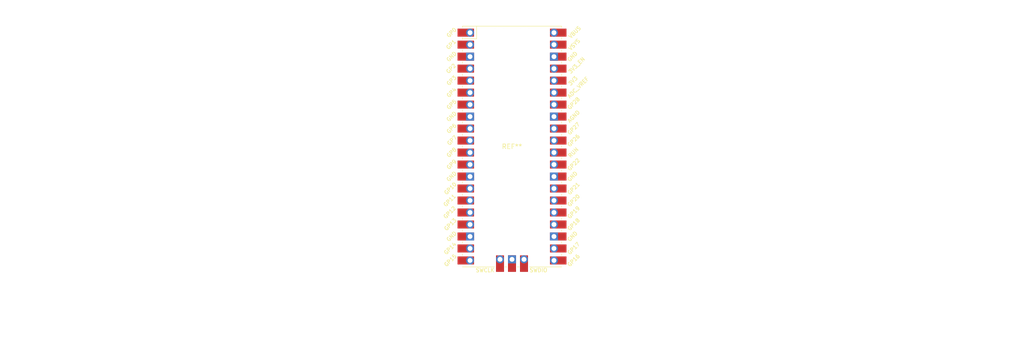
<source format=kicad_pcb>
(kicad_pcb (version 20211014) (generator pcbnew)
  (layers (0 "F.Cu" signal) (31 "B.Cu" signal) (34 "B.Paste" user) (35 "F.Paste" user) (36 "B.SilkS" user "B.Silkscreen") (37 "F.SilkS" user "F.Silkscreen") (38 "B.Mask" user) (39 "F.Mask" user) (44 "Edge.Cuts" user))
  (net 0 "")
  (footprint "MCU_RaspberryPi_and_Boards:RPi_Pico_SMD_TH" (layer "F.Cu") (at 144.75 52.416642)
    (fp_text reference "REF**" (at 0 0) (layer "F.SilkS"))
    (fp_text value "RPi_Pico_SMD_TH")
    (fp_text user "ADC_VREF" (at 14 -12.5 45) (layer "F.SilkS") (effects (font (size 0.8 0.8))))
    (fp_text user "GP12" (at -13.2 13.97 45) (layer "F.SilkS") (effects (font (size 0.8 0.8))))
    (fp_text user "GP22" (at 13.054 3.81 45) (layer "F.SilkS") (effects (font (size 0.8 0.8))))
    (fp_text user "GND" (at 12.8 6.35 45) (layer "F.SilkS") (effects (font (size 0.8 0.8))))
    (fp_text user "GP1" (at -12.9 -21.6 45) (layer "F.SilkS") (effects (font (size 0.8 0.8))))
    (fp_text user "GP28" (at 13.054 -9.144 45) (layer "F.SilkS") (effects (font (size 0.8 0.8))))
    (fp_text user "GP2" (at -12.9 -16.51 45) (layer "F.SilkS") (effects (font (size 0.8 0.8))))
    (fp_text user "GND" (at 12.8 -19.05 45) (layer "F.SilkS") (effects (font (size 0.8 0.8))))
    (fp_text user "SWCLK" (at -5.7 26.2) (layer "F.SilkS") (effects (font (size 0.8 0.8))))
    (fp_text user "GP5" (at -12.8 -8.89 45) (layer "F.SilkS") (effects (font (size 0.8 0.8))))
    (fp_text user "RUN" (at 13 1.27 45) (layer "F.SilkS") (effects (font (size 0.8 0.8))))
    (fp_text user "GND" (at -12.8 6.35 45) (layer "F.SilkS") (effects (font (size 0.8 0.8))))
    (fp_text user "GP26" (at 13.054 -1.27 45) (layer "F.SilkS") (effects (font (size 0.8 0.8))))
    (fp_text user "GP9" (at -12.8 3.81 45) (layer "F.SilkS") (effects (font (size 0.8 0.8))))
    (fp_text user "GND" (at -12.8 -19.05 45) (layer "F.SilkS") (effects (font (size 0.8 0.8))))
    (fp_text user "GP8" (at -12.8 1.27 45) (layer "F.SilkS") (effects (font (size 0.8 0.8))))
    (fp_text user "GND" (at -12.8 19.05 45) (layer "F.SilkS") (effects (font (size 0.8 0.8))))
    (fp_text user "GP11" (at -13.2 11.43 45) (layer "F.SilkS") (effects (font (size 0.8 0.8))))
    (fp_text user "GP14" (at -13.1 21.59 45) (layer "F.SilkS") (effects (font (size 0.8 0.8))))
    (fp_text user "GP20" (at 13.054 11.43 45) (layer "F.SilkS") (effects (font (size 0.8 0.8))))
    (fp_text user "GP6" (at -12.8 -3.81 45) (layer "F.SilkS") (effects (font (size 0.8 0.8))))
    (fp_text user "GP15" (at -13.054 24.13 45) (layer "F.SilkS") (effects (font (size 0.8 0.8))))
    (fp_text user "SWDIO" (at 5.6 26.2) (layer "F.SilkS") (effects (font (size 0.8 0.8))))
    (fp_text user "3V3_EN" (at 13.7 -17.2 45) (layer "F.SilkS") (effects (font (size 0.8 0.8))))
    (fp_text user "GP18" (at 13.054 16.51 45) (layer "F.SilkS") (effects (font (size 0.8 0.8))))
    (fp_text user "GP19" (at 13.054 13.97 45) (layer "F.SilkS") (effects (font (size 0.8 0.8))))
    (fp_text user "GP13" (at -13.054 16.51 45) (layer "F.SilkS") (effects (font (size 0.8 0.8))))
    (fp_text user "GP16" (at 13.054 24.13 45) (layer "F.SilkS") (effects (font (size 0.8 0.8))))
    (fp_text user "AGND" (at 13.054 -6.35 45) (layer "F.SilkS") (effects (font (size 0.8 0.8))))
    (fp_text user "GP17" (at 13.054 21.59 45) (layer "F.SilkS") (effects (font (size 0.8 0.8))))
    (fp_text user "VSYS" (at 13.2 -21.59 45) (layer "F.SilkS") (effects (font (size 0.8 0.8))))
    (fp_text user "GP21" (at 13.054 8.9 45) (layer "F.SilkS") (effects (font (size 0.8 0.8))))
    (fp_text user "GP3" (at -12.8 -13.97 45) (layer "F.SilkS") (effects (font (size 0.8 0.8))))
    (fp_text user "GND" (at 12.8 19.05 45) (layer "F.SilkS") (effects (font (size 0.8 0.8))))
    (fp_text user "GP0" (at -12.8 -24.13 45) (layer "F.SilkS") (effects (font (size 0.8 0.8))))
    (fp_text user "GP27" (at 13.054 -3.8 45) (layer "F.SilkS") (effects (font (size 0.8 0.8))))
    (fp_text user "VBUS" (at 13.3 -24.2 45) (layer "F.SilkS") (effects (font (size 0.8 0.8))))
    (fp_text user "GND" (at -12.8 -6.35 45) (layer "F.SilkS") (effects (font (size 0.8 0.8))))
    (fp_text user "GP4" (at -12.8 -11.43 45) (layer "F.SilkS") (effects (font (size 0.8 0.8))))
    (fp_text user "GP10" (at -13.054 8.89 45) (layer "F.SilkS") (effects (font (size 0.8 0.8))))
    (fp_text user "GP7" (at -12.7 -1.3 45) (layer "F.SilkS") (effects (font (size 0.8 0.8))))
    (fp_text user "3V3" (at 12.9 -13.9 45) (layer "F.SilkS") (effects (font (size 0.8 0.8))))
    (fp_line (start -7.493 -22.833) (end -7.493 -25.5) (layer "F.SilkS") (width 0.12))
    (fp_line (start 10.5 -0.2) (end 10.5 0.2) (layer "F.SilkS") (width 0.12))
    (fp_line (start 10.5 10) (end 10.5 10.4) (layer "F.SilkS") (width 0.12))
    (fp_line (start -10.5 -2.7) (end -10.5 -2.3) (layer "F.SilkS") (width 0.12))
    (fp_line (start -10.5 10) (end -10.5 10.4) (layer "F.SilkS") (width 0.12))
    (fp_line (start -10.5 7.4) (end -10.5 7.8) (layer "F.SilkS") (width 0.12))
    (fp_line (start 10.5 -25.5) (end 10.5 -25.2) (layer "F.SilkS") (width 0.12))
    (fp_line (start 10.5 -15.4) (end 10.5 -15) (layer "F.SilkS") (width 0.12))
    (fp_line (start -10.5 -25.5) (end -10.5 -25.2) (layer "F.SilkS") (width 0.12))
    (fp_line (start -10.5 -23.1) (end -10.5 -22.7) (layer "F.SilkS") (width 0.12))
    (fp_line (start -10.5 17.6) (end -10.5 18) (layer "F.SilkS") (width 0.12))
    (fp_line (start 1.1 25.5) (end 1.5 25.5) (layer "F.SilkS") (width 0.12))
    (fp_line (start -10.5 20.1) (end -10.5 20.5) (layer "F.SilkS") (width 0.12))
    (fp_line (start -10.5 2.3) (end -10.5 2.7) (layer "F.SilkS") (width 0.12))
    (fp_line (start 10.5 12.5) (end 10.5 12.9) (layer "F.SilkS") (width 0.12))
    (fp_line (start -10.5 -15.4) (end -10.5 -15) (layer "F.SilkS") (width 0.12))
    (fp_line (start 10.5 -2.7) (end 10.5 -2.3) (layer "F.SilkS") (width 0.12))
    (fp_line (start -10.5 -5.3) (end -10.5 -4.9) (layer "F.SilkS") (width 0.12))
    (fp_line (start -10.5 -20.5) (end -10.5 -20.1) (layer "F.SilkS") (width 0.12))
    (fp_line (start -10.5 -12.9) (end -10.5 -12.5) (layer "F.SilkS") (width 0.12))
    (fp_line (start -10.5 4.9) (end -10.5 5.3) (layer "F.SilkS") (width 0.12))
    (fp_line (start 10.5 7.4) (end 10.5 7.8) (layer "F.SilkS") (width 0.12))
    (fp_line (start 10.5 -23.1) (end 10.5 -22.7) (layer "F.SilkS") (width 0.12))
    (fp_line (start 10.5 -18) (end 10.5 -17.6) (layer "F.SilkS") (width 0.12))
    (fp_line (start -10.5 -7.8) (end -10.5 -7.4) (layer "F.SilkS") (width 0.12))
    (fp_line (start -3.7 25.5) (end -10.5 25.5) (layer "F.SilkS") (width 0.12))
    (fp_line (start 10.5 20.1) (end 10.5 20.5) (layer "F.SilkS") (width 0.12))
    (fp_line (start -10.5 -22.833) (end -7.493 -22.833) (layer "F.SilkS") (width 0.12))
    (fp_line (start -1.5 25.5) (end -1.1 25.5) (layer "F.SilkS") (width 0.12))
    (fp_line (start 10.5 17.6) (end 10.5 18) (layer "F.SilkS") (width 0.12))
    (fp_line (start 10.5 -10.4) (end 10.5 -10) (layer "F.SilkS") (width 0.12))
    (fp_line (start 10.5 22.7) (end 10.5 23.1) (layer "F.SilkS") (width 0.12))
    (fp_line (start -10.5 22.7) (end -10.5 23.1) (layer "F.SilkS") (width 0.12))
    (fp_line (start 10.5 15.1) (end 10.5 15.5) (layer "F.SilkS") (width 0.12))
    (fp_line (start 10.5 -7.8) (end 10.5 -7.4) (layer "F.SilkS") (width 0.12))
    (fp_line (start 10.5 -12.9) (end 10.5 -12.5) (layer "F.SilkS") (width 0.12))
    (fp_line (start 10.5 2.3) (end 10.5 2.7) (layer "F.SilkS") (width 0.12))
    (fp_line (start 10.5 -20.5) (end 10.5 -20.1) (layer "F.SilkS") (width 0.12))
    (fp_line (start -10.5 12.5) (end -10.5 12.9) (layer "F.SilkS") (width 0.12))
    (fp_line (start -10.5 15.1) (end -10.5 15.5) (layer "F.SilkS") (width 0.12))
    (fp_line (start 10.5 25.5) (end 3.7 25.5) (layer "F.SilkS") (width 0.12))
    (fp_line (start -10.5 -18) (end -10.5 -17.6) (layer "F.SilkS") (width 0.12))
    (fp_line (start -10.5 -0.2) (end -10.5 0.2) (layer "F.SilkS") (width 0.12))
    (fp_line (start 10.5 -5.3) (end 10.5 -4.9) (layer "F.SilkS") (width 0.12))
    (fp_line (start -10.5 -10.4) (end -10.5 -10) (layer "F.SilkS") (width 0.12))
    (fp_line (start -10.5 -25.5) (end 10.5 -25.5) (layer "F.SilkS") (width 0.12))
    (fp_line (start 10.5 4.9) (end 10.5 5.3) (layer "F.SilkS") (width 0.12))
    (pad "" np_thru_hole oval (at -2.425 -20.97) (size 1.5 1.5) (drill 1.5) (layers *.Cu *.Mask))
    (pad "" np_thru_hole oval (at 2.725 -24) (size 1.8 1.8) (drill 1.8) (layers *.Cu *.Mask))
    (pad "" np_thru_hole oval (at 2.425 -20.97) (size 1.5 1.5) (drill 1.5) (layers *.Cu *.Mask))
    (pad "" np_thru_hole oval (at -2.725 -24) (size 1.8 1.8) (drill 1.8) (layers *.Cu *.Mask))
    (pad "1" smd rect (at -8.89 -24.13) (size 3.5 1.7) (drill (offset -0.9 0)) (layers "F.Cu" "F.Mask"))
    (pad "1" thru_hole oval (at -8.89 -24.13) (size 1.7 1.7) (drill 1.02) (layers *.Cu *.Mask))
    (pad "2" thru_hole oval (at -8.89 -21.59) (size 1.7 1.7) (drill 1.02) (layers *.Cu *.Mask))
    (pad "2" smd rect (at -8.89 -21.59) (size 3.5 1.7) (drill (offset -0.9 0)) (layers "F.Cu" "F.Mask"))
    (pad "3" thru_hole rect (at -8.89 -19.05) (size 1.7 1.7) (drill 1.02) (layers *.Cu *.Mask))
    (pad "3" smd rect (at -8.89 -19.05) (size 3.5 1.7) (drill (offset -0.9 0)) (layers "F.Cu" "F.Mask"))
    (pad "4" smd rect (at -8.89 -16.51) (size 3.5 1.7) (drill (offset -0.9 0)) (layers "F.Cu" "F.Mask"))
    (pad "4" thru_hole oval (at -8.89 -16.51) (size 1.7 1.7) (drill 1.02) (layers *.Cu *.Mask))
    (pad "5" thru_hole oval (at -8.89 -13.97) (size 1.7 1.7) (drill 1.02) (layers *.Cu *.Mask))
    (pad "5" smd rect (at -8.89 -13.97) (size 3.5 1.7) (drill (offset -0.9 0)) (layers "F.Cu" "F.Mask"))
    (pad "6" thru_hole oval (at -8.89 -11.43) (size 1.7 1.7) (drill 1.02) (layers *.Cu *.Mask))
    (pad "6" smd rect (at -8.89 -11.43) (size 3.5 1.7) (drill (offset -0.9 0)) (layers "F.Cu" "F.Mask"))
    (pad "7" smd rect (at -8.89 -8.89) (size 3.5 1.7) (drill (offset -0.9 0)) (layers "F.Cu" "F.Mask"))
    (pad "7" thru_hole oval (at -8.89 -8.89) (size 1.7 1.7) (drill 1.02) (layers *.Cu *.Mask))
    (pad "8" smd rect (at -8.89 -6.35) (size 3.5 1.7) (drill (offset -0.9 0)) (layers "F.Cu" "F.Mask"))
    (pad "8" thru_hole rect (at -8.89 -6.35) (size 1.7 1.7) (drill 1.02) (layers *.Cu *.Mask))
    (pad "9" thru_hole oval (at -8.89 -3.81) (size 1.7 1.7) (drill 1.02) (layers *.Cu *.Mask))
    (pad "9" smd rect (at -8.89 -3.81) (size 3.5 1.7) (drill (offset -0.9 0)) (layers "F.Cu" "F.Mask"))
    (pad "10" smd rect (at -8.89 -1.27) (size 3.5 1.7) (drill (offset -0.9 0)) (layers "F.Cu" "F.Mask"))
    (pad "10" thru_hole oval (at -8.89 -1.27) (size 1.7 1.7) (drill 1.02) (layers *.Cu *.Mask))
    (pad "11" smd rect (at -8.89 1.27) (size 3.5 1.7) (drill (offset -0.9 0)) (layers "F.Cu" "F.Mask"))
    (pad "11" thru_hole oval (at -8.89 1.27) (size 1.7 1.7) (drill 1.02) (layers *.Cu *.Mask))
    (pad "12" thru_hole oval (at -8.89 3.81) (size 1.7 1.7) (drill 1.02) (layers *.Cu *.Mask))
    (pad "12" smd rect (at -8.89 3.81) (size 3.5 1.7) (drill (offset -0.9 0)) (layers "F.Cu" "F.Mask"))
    (pad "13" smd rect (at -8.89 6.35) (size 3.5 1.7) (drill (offset -0.9 0)) (layers "F.Cu" "F.Mask"))
    (pad "13" thru_hole rect (at -8.89 6.35) (size 1.7 1.7) (drill 1.02) (layers *.Cu *.Mask))
    (pad "14" smd rect (at -8.89 8.89) (size 3.5 1.7) (drill (offset -0.9 0)) (layers "F.Cu" "F.Mask"))
    (pad "14" thru_hole oval (at -8.89 8.89) (size 1.7 1.7) (drill 1.02) (layers *.Cu *.Mask))
    (pad "15" smd rect (at -8.89 11.43) (size 3.5 1.7) (drill (offset -0.9 0)) (layers "F.Cu" "F.Mask"))
    (pad "15" thru_hole oval (at -8.89 11.43) (size 1.7 1.7) (drill 1.02) (layers *.Cu *.Mask))
    (pad "16" smd rect (at -8.89 13.97) (size 3.5 1.7) (drill (offset -0.9 0)) (layers "F.Cu" "F.Mask"))
    (pad "16" thru_hole oval (at -8.89 13.97) (size 1.7 1.7) (drill 1.02) (layers *.Cu *.Mask))
    (pad "17" smd rect (at -8.89 16.51) (size 3.5 1.7) (drill (offset -0.9 0)) (layers "F.Cu" "F.Mask"))
    (pad "17" thru_hole oval (at -8.89 16.51) (size 1.7 1.7) (drill 1.02) (layers *.Cu *.Mask))
    (pad "18" thru_hole rect (at -8.89 19.05) (size 1.7 1.7) (drill 1.02) (layers *.Cu *.Mask))
    (pad "18" smd rect (at -8.89 19.05) (size 3.5 1.7) (drill (offset -0.9 0)) (layers "F.Cu" "F.Mask"))
    (pad "19" smd rect (at -8.89 21.59) (size 3.5 1.7) (drill (offset -0.9 0)) (layers "F.Cu" "F.Mask"))
    (pad "19" thru_hole oval (at -8.89 21.59) (size 1.7 1.7) (drill 1.02) (layers *.Cu *.Mask))
    (pad "20" thru_hole oval (at -8.89 24.13) (size 1.7 1.7) (drill 1.02) (layers *.Cu *.Mask))
    (pad "20" smd rect (at -8.89 24.13) (size 3.5 1.7) (drill (offset -0.9 0)) (layers "F.Cu" "F.Mask"))
    (pad "21" smd rect (at 8.89 24.13) (size 3.5 1.7) (drill (offset 0.9 0)) (layers "F.Cu" "F.Mask"))
    (pad "21" thru_hole oval (at 8.89 24.13) (size 1.7 1.7) (drill 1.02) (layers *.Cu *.Mask))
    (pad "22" thru_hole oval (at 8.89 21.59) (size 1.7 1.7) (drill 1.02) (layers *.Cu *.Mask))
    (pad "22" smd rect (at 8.89 21.59) (size 3.5 1.7) (drill (offset 0.9 0)) (layers "F.Cu" "F.Mask"))
    (pad "23" smd rect (at 8.89 19.05) (size 3.5 1.7) (drill (offset 0.9 0)) (layers "F.Cu" "F.Mask"))
    (pad "23" thru_hole rect (at 8.89 19.05) (size 1.7 1.7) (drill 1.02) (layers *.Cu *.Mask))
    (pad "24" smd rect (at 8.89 16.51) (size 3.5 1.7) (drill (offset 0.9 0)) (layers "F.Cu" "F.Mask"))
    (pad "24" thru_hole oval (at 8.89 16.51) (size 1.7 1.7) (drill 1.02) (layers *.Cu *.Mask))
    (pad "25" smd rect (at 8.89 13.97) (size 3.5 1.7) (drill (offset 0.9 0)) (layers "F.Cu" "F.Mask"))
    (pad "25" thru_hole oval (at 8.89 13.97) (size 1.7 1.7) (drill 1.02) (layers *.Cu *.Mask))
    (pad "26" thru_hole oval (at 8.89 11.43) (size 1.7 1.7) (drill 1.02) (layers *.Cu *.Mask))
    (pad "26" smd rect (at 8.89 11.43) (size 3.5 1.7) (drill (offset 0.9 0)) (layers "F.Cu" "F.Mask"))
    (pad "27" smd rect (at 8.89 8.89) (size 3.5 1.7) (drill (offset 0.9 0)) (layers "F.Cu" "F.Mask"))
    (pad "27" thru_hole oval (at 8.89 8.89) (size 1.7 1.7) (drill 1.02) (layers *.Cu *.Mask))
    (pad "28" smd rect (at 8.89 6.35) (size 3.5 1.7) (drill (offset 0.9 0)) (layers "F.Cu" "F.Mask"))
    (pad "28" thru_hole rect (at 8.89 6.35) (size 1.7 1.7) (drill 1.02) (layers *.Cu *.Mask))
    (pad "29" smd rect (at 8.89 3.81) (size 3.5 1.7) (drill (offset 0.9 0)) (layers "F.Cu" "F.Mask"))
    (pad "29" thru_hole oval (at 8.89 3.81) (size 1.7 1.7) (drill 1.02) (layers *.Cu *.Mask))
    (pad "30" smd rect (at 8.89 1.27) (size 3.5 1.7) (drill (offset 0.9 0)) (layers "F.Cu" "F.Mask"))
    (pad "30" thru_hole oval (at 8.89 1.27) (size 1.7 1.7) (drill 1.02) (layers *.Cu *.Mask))
    (pad "31" thru_hole oval (at 8.89 -1.27) (size 1.7 1.7) (drill 1.02) (layers *.Cu *.Mask))
    (pad "31" smd rect (at 8.89 -1.27) (size 3.5 1.7) (drill (offset 0.9 0)) (layers "F.Cu" "F.Mask"))
    (pad "32" thru_hole oval (at 8.89 -3.81) (size 1.7 1.7) (drill 1.02) (layers *.Cu *.Mask))
    (pad "32" smd rect (at 8.89 -3.81) (size 3.5 1.7) (drill (offset 0.9 0)) (layers "F.Cu" "F.Mask"))
    (pad "33" smd rect (at 8.89 -6.35) (size 3.5 1.7) (drill (offset 0.9 0)) (layers "F.Cu" "F.Mask"))
    (pad "33" thru_hole rect (at 8.89 -6.35) (size 1.7 1.7) (drill 1.02) (layers *.Cu *.Mask))
    (pad "34" thru_hole oval (at 8.89 -8.89) (size 1.7 1.7) (drill 1.02) (layers *.Cu *.Mask))
    (pad "34" smd rect (at 8.89 -8.89) (size 3.5 1.7) (drill (offset 0.9 0)) (layers "F.Cu" "F.Mask"))
    (pad "35" smd rect (at 8.89 -11.43) (size 3.5 1.7) (drill (offset 0.9 0)) (layers "F.Cu" "F.Mask"))
    (pad "35" thru_hole oval (at 8.89 -11.43) (size 1.7 1.7) (drill 1.02) (layers *.Cu *.Mask))
    (pad "36" thru_hole oval (at 8.89 -13.97) (size 1.7 1.7) (drill 1.02) (layers *.Cu *.Mask))
    (pad "36" smd rect (at 8.89 -13.97) (size 3.5 1.7) (drill (offset 0.9 0)) (layers "F.Cu" "F.Mask"))
    (pad "37" smd rect (at 8.89 -16.51) (size 3.5 1.7) (drill (offset 0.9 0)) (layers "F.Cu" "F.Mask"))
    (pad "37" thru_hole oval (at 8.89 -16.51) (size 1.7 1.7) (drill 1.02) (layers *.Cu *.Mask))
    (pad "38" thru_hole rect (at 8.89 -19.05) (size 1.7 1.7) (drill 1.02) (layers *.Cu *.Mask))
    (pad "38" smd rect (at 8.89 -19.05) (size 3.5 1.7) (drill (offset 0.9 0)) (layers "F.Cu" "F.Mask"))
    (pad "39" smd rect (at 8.89 -21.59) (size 3.5 1.7) (drill (offset 0.9 0)) (layers "F.Cu" "F.Mask"))
    (pad "39" thru_hole oval (at 8.89 -21.59) (size 1.7 1.7) (drill 1.02) (layers *.Cu *.Mask))
    (pad "40" smd rect (at 8.89 -24.13) (size 3.5 1.7) (drill (offset 0.9 0)) (layers "F.Cu" "F.Mask"))
    (pad "40" thru_hole oval (at 8.89 -24.13) (size 1.7 1.7) (drill 1.02) (layers *.Cu *.Mask))
    (pad "41" smd rect (at -2.54 23.9 90) (size 3.5 1.7) (drill (offset -0.9 0)) (layers "F.Cu" "F.Mask"))
    (pad "41" thru_hole oval (at -2.54 23.9) (size 1.7 1.7) (drill 1.02) (layers *.Cu *.Mask))
    (pad "42" thru_hole rect (at 0 23.9) (size 1.7 1.7) (drill 1.02) (layers *.Cu *.Mask))
    (pad "42" smd rect (at 0 23.9 90) (size 3.5 1.7) (drill (offset -0.9 0)) (layers "F.Cu" "F.Mask"))
    (pad "43" smd rect (at 2.54 23.9 90) (size 3.5 1.7) (drill (offset -0.9 0)) (layers "F.Cu" "F.Mask"))
    (pad "43" thru_hole oval (at 2.54 23.9) (size 1.7 1.7) (drill 1.02) (layers *.Cu *.Mask))
  )
)
</source>
